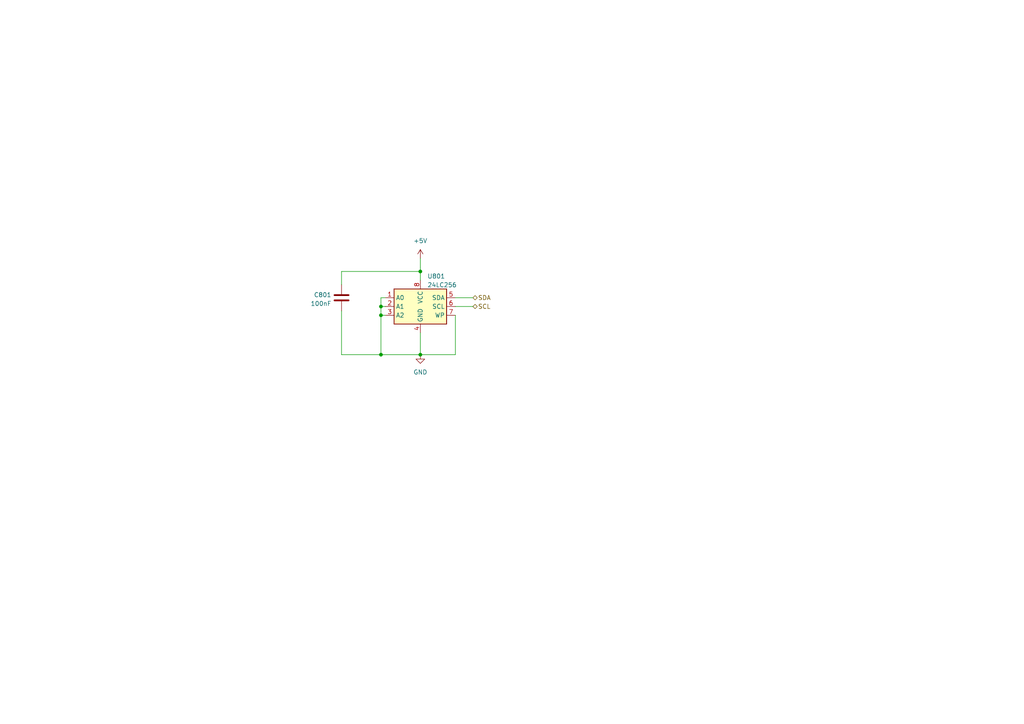
<source format=kicad_sch>
(kicad_sch (version 20230121) (generator eeschema)
  (paper "A4")
  (lib_symbols
    (symbol "Device:C" (pin_numbers hide) (pin_names (offset 0.254))
      (property "Reference" "C" (at 0.635 2.54 0))
      (property "Value" "C" (at 0.635 -2.54 0))
      (symbol "C_0_1"
        (polyline (pts (xy -2.032 -0.762) (xy 2.032 -0.762)) (stroke (width 0.508)))
        (polyline (pts (xy -2.032 0.762) (xy 2.032 0.762)) (stroke (width 0.508)))
      )
      (symbol "C_1_1"
        (pin passive line (at 0 3.81 270) (length 2.794) (name "~") (number "1"))
        (pin passive line (at 0 -3.81 90) (length 2.794) (name "~") (number "2"))
      )
    )
    (symbol "Memory_EEPROM:24LC256"
      (property "Reference" "U" (at -6.35 6.35 0))
      (property "Value" "24LC256" (at 1.27 6.35 0))
      (symbol "24LC256_1_1"
        (rectangle (start -7.62 5.08) (end 7.62 -5.08) (stroke (width 0.254)) (fill (type background)))
        (pin input line (at -10.16 2.54 0) (length 2.54) (name "A0") (number "1"))
        (pin input line (at -10.16 0 0) (length 2.54) (name "A1") (number "2"))
        (pin input line (at -10.16 -2.54 0) (length 2.54) (name "A2") (number "3"))
        (pin power_in line (at 0 -7.62 90) (length 2.54) (name "GND") (number "4"))
        (pin bidirectional line (at 10.16 2.54 180) (length 2.54) (name "SDA") (number "5"))
        (pin input line (at 10.16 0 180) (length 2.54) (name "SCL") (number "6"))
        (pin input line (at 10.16 -2.54 180) (length 2.54) (name "WP") (number "7"))
        (pin power_in line (at 0 7.62 270) (length 2.54) (name "VCC") (number "8"))
      )
    )
    (symbol "power:+5V" (power) (pin_names (offset 0))
      (property "Value" "+5V" (at 0 3.556 0))
      (symbol "+5V_0_1"
        (polyline (pts (xy -0.762 1.27) (xy 0 2.54)))
        (polyline (pts (xy 0 0) (xy 0 2.54)))
        (polyline (pts (xy 0 2.54) (xy 0.762 1.27)))
      )
      (symbol "+5V_1_1"
        (pin power_in line (at 0 0 90) (length 0) hide (name "+5V") (number "1"))
      )
    )
    (symbol "power:GND" (power) (pin_names (offset 0))
      (property "Value" "GND" (at 0 -3.81 0))
      (symbol "GND_0_1"
        (polyline (pts (xy 0 0) (xy 0 -1.27) (xy 1.27 -1.27) (xy 0 -2.54) (xy -1.27 -1.27) (xy 0 -1.27)))
      )
      (symbol "GND_1_1"
        (pin power_in line (at 0 0 270) (length 0) hide (name "GND") (number "1"))
      )
    )
  )
  (junction (at 110.49 102.87))
  (junction (at 110.49 88.9))
  (junction (at 121.92 78.74))
  (junction (at 110.49 91.44))
  (junction (at 121.92 102.87))
  (wire (pts (xy 121.92 74.93) (xy 121.92 78.74)))
  (wire (pts (xy 99.06 82.55) (xy 99.06 78.74)))
  (wire (pts (xy 132.08 91.44) (xy 132.08 102.87)))
  (wire (pts (xy 110.49 88.9) (xy 111.76 88.9)))
  (wire (pts (xy 132.08 86.36) (xy 137.16 86.36)))
  (wire (pts (xy 110.49 88.9) (xy 110.49 91.44)))
  (wire (pts (xy 110.49 86.36) (xy 110.49 88.9)))
  (wire (pts (xy 121.92 96.52) (xy 121.92 102.87)))
  (wire (pts (xy 121.92 102.87) (xy 132.08 102.87)))
  (wire (pts (xy 99.06 78.74) (xy 121.92 78.74)))
  (wire (pts (xy 99.06 90.17) (xy 99.06 102.87)))
  (wire (pts (xy 121.92 78.74) (xy 121.92 81.28)))
  (wire (pts (xy 110.49 86.36) (xy 111.76 86.36)))
  (wire (pts (xy 110.49 91.44) (xy 110.49 102.87)))
  (wire (pts (xy 110.49 102.87) (xy 121.92 102.87)))
  (wire (pts (xy 110.49 91.44) (xy 111.76 91.44)))
  (wire (pts (xy 132.08 88.9) (xy 137.16 88.9)))
  (wire (pts (xy 99.06 102.87) (xy 110.49 102.87)))
  (hierarchical_label "SCL" (shape bidirectional) (at 137.16 88.9 0))
  (hierarchical_label "SDA" (shape bidirectional) (at 137.16 86.36 0))
  (symbol (lib_id "power:+5V") (at 121.92 74.93 0) (unit 1)
    (property "Reference" "#PWR0801" (effects hide))
    (property "Value" "+5V" (at 121.92 69.85 0))
    (instances (project "GPIO_UNIT" (path "" (reference "#PWR0131") (unit 1))) (project "EEPROM" (path "" (reference "#PWR0801") (unit 1))) (project "general_schematics" (path "" (reference "#PWR0154") (unit 1))))
  )
  (symbol (lib_id "Memory_EEPROM:24LC256") (at 121.92 88.9 0) (unit 1)
    (property "Reference" "U801" (at 123.9394 80.1202 0) (effects (justify left)))
    (property "Value" "24LC256" (at 123.9394 82.6571 0) (effects (justify left)))
    (property "Footprint" "Package_SO:SOIC-8_3.9x4.9mm_P1.27mm" (effects hide))
    (property "Datasheet" "http://ww1.microchip.com/downloads/en/devicedoc/21203m.pdf" (effects hide))
    (property "JLCPCB Part#" "C2987263" (effects hide))
    (instances (project "GPIO_UNIT" (path "" (reference "U801") (unit 1))) (project "EEPROM" (path "" (reference "U801") (unit 1))) (project "general_schematics" (path "" (reference "U1901") (unit 1))))
  )
  (symbol (lib_id "Device:C") (at 99.06 86.36 0) (mirror x) (unit 1)
    (property "Reference" "C801" (at 96.139 85.5253 0) (effects (justify right)))
    (property "Value" "100nF" (at 96.139 88.0622 0) (effects (justify right)))
    (property "Footprint" "Capacitor_SMD:C_0603_1608Metric" (effects hide))
    (property "JLCPCB Part#" "C14663" (effects hide))
    (instances (project "GPIO_UNIT" (path "" (reference "C801") (unit 1))) (project "EEPROM" (path "" (reference "C801") (unit 1))) (project "general_schematics" (path "" (reference "C1901") (unit 1))))
  )
  (symbol (lib_id "power:GND") (at 121.92 102.87 0) (unit 1)
    (property "Reference" "#PWR0101" (effects hide))
    (property "Value" "GND" (at 121.92 107.95 0))
    (instances (project "GPIO_UNIT" (path "" (reference "#PWR0130") (unit 1))) (project "EEPROM" (path "" (reference "#PWR0101") (unit 1))))
  )
)
</source>
